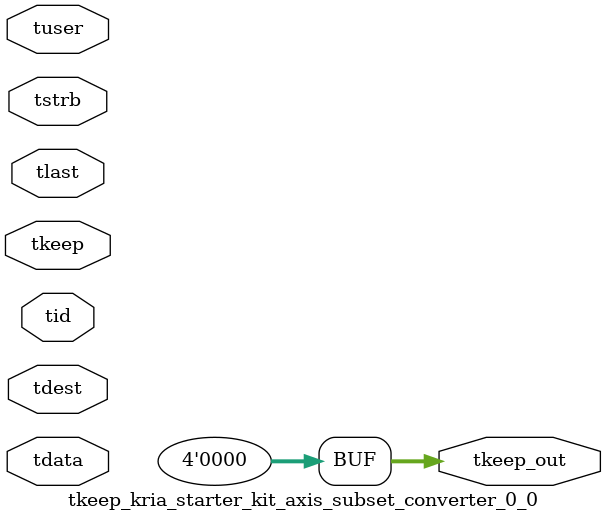
<source format=v>


`timescale 1ps/1ps

module tkeep_kria_starter_kit_axis_subset_converter_0_0 #
(
parameter C_S_AXIS_TDATA_WIDTH = 32,
parameter C_S_AXIS_TUSER_WIDTH = 0,
parameter C_S_AXIS_TID_WIDTH   = 0,
parameter C_S_AXIS_TDEST_WIDTH = 0,
parameter C_M_AXIS_TDATA_WIDTH = 32
)
(
input  [(C_S_AXIS_TDATA_WIDTH == 0 ? 1 : C_S_AXIS_TDATA_WIDTH)-1:0     ] tdata,
input  [(C_S_AXIS_TUSER_WIDTH == 0 ? 1 : C_S_AXIS_TUSER_WIDTH)-1:0     ] tuser,
input  [(C_S_AXIS_TID_WIDTH   == 0 ? 1 : C_S_AXIS_TID_WIDTH)-1:0       ] tid,
input  [(C_S_AXIS_TDEST_WIDTH == 0 ? 1 : C_S_AXIS_TDEST_WIDTH)-1:0     ] tdest,
input  [(C_S_AXIS_TDATA_WIDTH/8)-1:0 ] tkeep,
input  [(C_S_AXIS_TDATA_WIDTH/8)-1:0 ] tstrb,
input                                                                    tlast,
output [(C_M_AXIS_TDATA_WIDTH/8)-1:0 ] tkeep_out
);

assign tkeep_out = {1'b0};

endmodule


</source>
